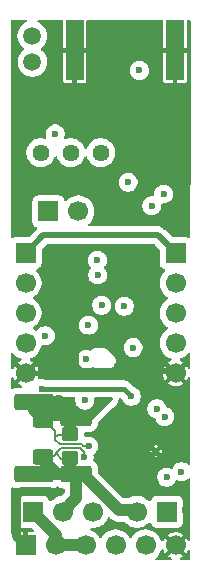
<source format=gbl>
G04 #@! TF.GenerationSoftware,KiCad,Pcbnew,9.0.6*
G04 #@! TF.CreationDate,2026-01-10T17:13:08+00:00*
G04 #@! TF.ProjectId,CurrentSource,43757272-656e-4745-936f-757263652e6b,rev?*
G04 #@! TF.SameCoordinates,Original*
G04 #@! TF.FileFunction,Copper,L4,Bot*
G04 #@! TF.FilePolarity,Positive*
%FSLAX46Y46*%
G04 Gerber Fmt 4.6, Leading zero omitted, Abs format (unit mm)*
G04 Created by KiCad (PCBNEW 9.0.6) date 2026-01-10 17:13:08*
%MOMM*%
%LPD*%
G01*
G04 APERTURE LIST*
G04 Aperture macros list*
%AMRoundRect*
0 Rectangle with rounded corners*
0 $1 Rounding radius*
0 $2 $3 $4 $5 $6 $7 $8 $9 X,Y pos of 4 corners*
0 Add a 4 corners polygon primitive as box body*
4,1,4,$2,$3,$4,$5,$6,$7,$8,$9,$2,$3,0*
0 Add four circle primitives for the rounded corners*
1,1,$1+$1,$2,$3*
1,1,$1+$1,$4,$5*
1,1,$1+$1,$6,$7*
1,1,$1+$1,$8,$9*
0 Add four rect primitives between the rounded corners*
20,1,$1+$1,$2,$3,$4,$5,0*
20,1,$1+$1,$4,$5,$6,$7,0*
20,1,$1+$1,$6,$7,$8,$9,0*
20,1,$1+$1,$8,$9,$2,$3,0*%
G04 Aperture macros list end*
G04 #@! TA.AperFunction,SMDPad,CuDef*
%ADD10RoundRect,0.249999X1.425001X-0.450001X1.425001X0.450001X-1.425001X0.450001X-1.425001X-0.450001X0*%
G04 #@! TD*
G04 #@! TA.AperFunction,ComponentPad*
%ADD11C,1.700000*%
G04 #@! TD*
G04 #@! TA.AperFunction,ComponentPad*
%ADD12R,1.700000X1.700000*%
G04 #@! TD*
G04 #@! TA.AperFunction,HeatsinkPad*
%ADD13R,0.500000X0.500000*%
G04 #@! TD*
G04 #@! TA.AperFunction,HeatsinkPad*
%ADD14C,0.500000*%
G04 #@! TD*
G04 #@! TA.AperFunction,SMDPad,CuDef*
%ADD15R,1.500000X5.080000*%
G04 #@! TD*
G04 #@! TA.AperFunction,ComponentPad*
%ADD16C,1.500000*%
G04 #@! TD*
G04 #@! TA.AperFunction,ComponentPad*
%ADD17C,1.440000*%
G04 #@! TD*
G04 #@! TA.AperFunction,SMDPad,CuDef*
%ADD18RoundRect,0.250000X0.450000X-0.350000X0.450000X0.350000X-0.450000X0.350000X-0.450000X-0.350000X0*%
G04 #@! TD*
G04 #@! TA.AperFunction,SMDPad,CuDef*
%ADD19RoundRect,0.249999X1.075001X-0.450001X1.075001X0.450001X-1.075001X0.450001X-1.075001X-0.450001X0*%
G04 #@! TD*
G04 #@! TA.AperFunction,SMDPad,CuDef*
%ADD20RoundRect,0.250000X0.625000X-0.400000X0.625000X0.400000X-0.625000X0.400000X-0.625000X-0.400000X0*%
G04 #@! TD*
G04 #@! TA.AperFunction,ViaPad*
%ADD21C,0.600000*%
G04 #@! TD*
G04 #@! TA.AperFunction,Conductor*
%ADD22C,0.200000*%
G04 #@! TD*
G04 #@! TA.AperFunction,Conductor*
%ADD23C,0.500000*%
G04 #@! TD*
G04 #@! TA.AperFunction,Conductor*
%ADD24C,0.400000*%
G04 #@! TD*
G04 #@! TA.AperFunction,Conductor*
%ADD25C,0.750000*%
G04 #@! TD*
G04 #@! TA.AperFunction,Conductor*
%ADD26C,1.000000*%
G04 #@! TD*
G04 #@! TA.AperFunction,Conductor*
%ADD27C,0.150000*%
G04 #@! TD*
G04 APERTURE END LIST*
D10*
X124025000Y-99125000D03*
X124025000Y-105225000D03*
D11*
X129040000Y-108400000D03*
X126500000Y-108400000D03*
D12*
X123960000Y-108400000D03*
D13*
X134350000Y-103272500D03*
D14*
X134350000Y-103272500D03*
D15*
X127475000Y-69325000D03*
X135975000Y-69325000D03*
D12*
X123320000Y-86485000D03*
D11*
X123320000Y-89025000D03*
X123320000Y-91565000D03*
X123320000Y-94105000D03*
X123320000Y-96645000D03*
D12*
X136020000Y-86485000D03*
D11*
X136020000Y-89025000D03*
X136020000Y-91565000D03*
X136020000Y-94105000D03*
X136020000Y-96645000D03*
D12*
X123320000Y-111250000D03*
D11*
X125860000Y-111250000D03*
X128400000Y-111250000D03*
X130940000Y-111250000D03*
X133480000Y-111250000D03*
X136020000Y-111250000D03*
D16*
X123881597Y-68118654D03*
D12*
X125250000Y-82975000D03*
D11*
X127790000Y-82975000D03*
D12*
X135300000Y-108400000D03*
D11*
X132760000Y-108400000D03*
D17*
X124613399Y-77991232D03*
X127153399Y-77991232D03*
X129693399Y-77991232D03*
D16*
X123896879Y-70311183D03*
D18*
X127100000Y-103825000D03*
X127100000Y-101825000D03*
D19*
X127625000Y-105225000D03*
X127625000Y-100425000D03*
D20*
X124800000Y-103725000D03*
X124800000Y-100625000D03*
D21*
X133250000Y-91250000D03*
X124275000Y-106625000D03*
X127575861Y-96055861D03*
X125325000Y-106650000D03*
X128511250Y-93583750D03*
X133250000Y-92750000D03*
X136910000Y-103530000D03*
X136856526Y-108286783D03*
X136263860Y-75975621D03*
X136846340Y-106830116D03*
X133953847Y-77196153D03*
X134400000Y-106000000D03*
X123500000Y-76500000D03*
X135194232Y-84295465D03*
X126500000Y-91351729D03*
X136825967Y-109661958D03*
X125000000Y-93490000D03*
X132272214Y-98627786D03*
X125831000Y-76410000D03*
X124700000Y-97975000D03*
X128325000Y-98950000D03*
X135000000Y-81500000D03*
X132425000Y-94500000D03*
X134000000Y-82500000D03*
X128475000Y-95500000D03*
X134425707Y-99674293D03*
X132000000Y-80500000D03*
X131675000Y-91000000D03*
X128645246Y-92622500D03*
X135100000Y-100350000D03*
X136520000Y-105010000D03*
X132962500Y-71037500D03*
X128275070Y-103780470D03*
X129402093Y-87092954D03*
X128684975Y-102834975D03*
X126122735Y-98750000D03*
X126500000Y-99356999D03*
X135275000Y-105475000D03*
X129423231Y-88358744D03*
X129756643Y-90916085D03*
D22*
X128900000Y-108400000D02*
X129000000Y-108400000D01*
D23*
X128010000Y-96490000D02*
X127575861Y-96055861D01*
D24*
X127575861Y-96055861D02*
X127564139Y-96055861D01*
D25*
X122544000Y-110474000D02*
X122544000Y-107024000D01*
X122544000Y-107024000D02*
X122943000Y-106625000D01*
D23*
X135875000Y-96500000D02*
X128020000Y-96500000D01*
X127575861Y-94519139D02*
X128511250Y-93583750D01*
D24*
X126975000Y-96645000D02*
X123320000Y-96645000D01*
D23*
X136020000Y-96645000D02*
X135875000Y-96500000D01*
X127575861Y-96055861D02*
X127575861Y-94519139D01*
D25*
X124275000Y-106625000D02*
X125300000Y-106625000D01*
X125300000Y-106625000D02*
X125325000Y-106650000D01*
D24*
X127564139Y-96055861D02*
X126975000Y-96645000D01*
D25*
X122943000Y-106625000D02*
X124275000Y-106625000D01*
D23*
X128020000Y-96500000D02*
X128010000Y-96490000D01*
D25*
X123320000Y-111250000D02*
X122544000Y-110474000D01*
D24*
X132272214Y-98627786D02*
X131619428Y-97975000D01*
X131619428Y-97975000D02*
X124700000Y-97975000D01*
D23*
X124805000Y-85000000D02*
X123320000Y-86485000D01*
X134535000Y-85000000D02*
X124805000Y-85000000D01*
X136020000Y-86485000D02*
X134535000Y-85000000D01*
D26*
X123920000Y-108400000D02*
X123920000Y-108420000D01*
X123920000Y-108420000D02*
X125860000Y-110360000D01*
X128400000Y-111250000D02*
X125860000Y-111250000D01*
X125860000Y-110360000D02*
X125860000Y-111250000D01*
X127100000Y-104700000D02*
X127100000Y-103825000D01*
D27*
X127100000Y-103850000D02*
X127100000Y-103825000D01*
D26*
X126460000Y-108400000D02*
X127625000Y-107235000D01*
X131223240Y-108231701D02*
X132531421Y-108231701D01*
X127625000Y-105225000D02*
X127100000Y-104700000D01*
D27*
X124850000Y-103650000D02*
X124800000Y-103700000D01*
X126000000Y-103350000D02*
X125700000Y-103650000D01*
D26*
X124800000Y-104025000D02*
X126000000Y-105225000D01*
D27*
X127950000Y-103000000D02*
X126350000Y-103000000D01*
D26*
X124800000Y-103725000D02*
X124800000Y-104025000D01*
D27*
X126350000Y-103900000D02*
X127050000Y-103900000D01*
X126350000Y-103000000D02*
X126000000Y-103350000D01*
X127050000Y-103900000D02*
X127100000Y-103850000D01*
D26*
X132531421Y-108231701D02*
X132733041Y-108433321D01*
D27*
X126000000Y-103350000D02*
X126000000Y-103550000D01*
X126000000Y-103550000D02*
X126350000Y-103900000D01*
X125700000Y-103650000D02*
X124850000Y-103650000D01*
D26*
X127625000Y-107235000D02*
X127625000Y-105225000D01*
X127625000Y-105225000D02*
X128216539Y-105225000D01*
D27*
X128275070Y-103780470D02*
X128275070Y-103325070D01*
D26*
X124025000Y-105225000D02*
X126000000Y-105225000D01*
D27*
X128275070Y-103325070D02*
X127950000Y-103000000D01*
D26*
X128216539Y-105225000D02*
X131223240Y-108231701D01*
D27*
X124800000Y-103700000D02*
X124800000Y-103725000D01*
D26*
X126000000Y-105225000D02*
X127625000Y-105225000D01*
D22*
X124800000Y-103650000D02*
X124800000Y-103725000D01*
D27*
X124900000Y-100650000D02*
X124825000Y-100650000D01*
X125850000Y-102100000D02*
X126050000Y-101900000D01*
D22*
X128684975Y-102834975D02*
X128600000Y-102750000D01*
D27*
X124825000Y-100650000D02*
X124800000Y-100625000D01*
X125850000Y-102350000D02*
X125850000Y-101600000D01*
D26*
X124025000Y-99775000D02*
X124800000Y-100550000D01*
D24*
X124925000Y-100425000D02*
X124800000Y-100550000D01*
D27*
X126050000Y-101900000D02*
X127050000Y-101900000D01*
X125850000Y-101600000D02*
X124900000Y-100650000D01*
D26*
X126725000Y-99525000D02*
X127625000Y-100425000D01*
D24*
X124800000Y-100550000D02*
X124800000Y-100625000D01*
D26*
X124025000Y-99125000D02*
X126325000Y-99125000D01*
D24*
X127625000Y-100425000D02*
X124925000Y-100425000D01*
D26*
X124025000Y-99125000D02*
X124025000Y-99775000D01*
D27*
X125850000Y-102350000D02*
X125850000Y-102100000D01*
X127050000Y-101900000D02*
X127100000Y-101850000D01*
D26*
X127100000Y-100950000D02*
X127100000Y-101825000D01*
D27*
X128074678Y-102699000D02*
X126199000Y-102699000D01*
X126199000Y-102699000D02*
X125850000Y-102350000D01*
D26*
X126325000Y-99125000D02*
X126725000Y-99525000D01*
D27*
X128210653Y-102834975D02*
X128074678Y-102699000D01*
X127100000Y-101850000D02*
X127100000Y-101825000D01*
X128684975Y-102834975D02*
X128210653Y-102834975D01*
D26*
X127625000Y-100425000D02*
X127100000Y-100950000D01*
G04 #@! TA.AperFunction,Conductor*
G36*
X135554075Y-111442993D02*
G01*
X135619901Y-111557007D01*
X135712993Y-111650099D01*
X135827007Y-111715925D01*
X135834822Y-111718019D01*
X135396307Y-112156534D01*
X135443478Y-112190805D01*
X135597749Y-112269411D01*
X135601431Y-112270936D01*
X135655837Y-112314773D01*
X135677907Y-112381066D01*
X135660632Y-112448766D01*
X135609498Y-112496380D01*
X135553986Y-112509500D01*
X134425689Y-112509500D01*
X134358650Y-112489815D01*
X134312895Y-112437011D01*
X134302951Y-112367853D01*
X134331976Y-112304297D01*
X134352804Y-112285181D01*
X134359792Y-112280104D01*
X134510104Y-112129792D01*
X134510106Y-112129788D01*
X134510109Y-112129786D01*
X134635048Y-111957820D01*
X134635047Y-111957820D01*
X134635051Y-111957816D01*
X134731557Y-111768412D01*
X134763765Y-111669284D01*
X134803201Y-111611611D01*
X134867559Y-111584412D01*
X134936406Y-111596326D01*
X134987882Y-111643570D01*
X134999625Y-111669282D01*
X135000591Y-111672256D01*
X135079195Y-111826523D01*
X135079196Y-111826525D01*
X135113463Y-111873691D01*
X135113464Y-111873691D01*
X135551980Y-111435176D01*
X135554075Y-111442993D01*
G37*
G04 #@! TD.AperFunction*
G04 #@! TA.AperFunction,Conductor*
G36*
X136926533Y-111873692D02*
G01*
X136926534Y-111873691D01*
X136960803Y-111826525D01*
X137039410Y-111672252D01*
X137040934Y-111668573D01*
X137084769Y-111614165D01*
X137151060Y-111592093D01*
X137218762Y-111609364D01*
X137266378Y-111660496D01*
X137279500Y-111716013D01*
X137279500Y-112385500D01*
X137259815Y-112452539D01*
X137207011Y-112498294D01*
X137155500Y-112509500D01*
X136486014Y-112509500D01*
X136418975Y-112489815D01*
X136373220Y-112437011D01*
X136363276Y-112367853D01*
X136392301Y-112304297D01*
X136438569Y-112270936D01*
X136442250Y-112269411D01*
X136596525Y-112190803D01*
X136643691Y-112156534D01*
X136643692Y-112156533D01*
X136205178Y-111718019D01*
X136212993Y-111715925D01*
X136327007Y-111650099D01*
X136420099Y-111557007D01*
X136485925Y-111442993D01*
X136488019Y-111435177D01*
X136926533Y-111873692D01*
G37*
G04 #@! TD.AperFunction*
G04 #@! TA.AperFunction,Conductor*
G36*
X134239809Y-85770185D02*
G01*
X134260451Y-85786819D01*
X134633181Y-86159548D01*
X134666666Y-86220871D01*
X134669500Y-86247229D01*
X134669500Y-87382870D01*
X134669501Y-87382876D01*
X134675908Y-87442483D01*
X134726202Y-87577328D01*
X134726206Y-87577335D01*
X134812452Y-87692544D01*
X134812455Y-87692547D01*
X134927664Y-87778793D01*
X134927671Y-87778797D01*
X135059082Y-87827810D01*
X135115016Y-87869681D01*
X135139433Y-87935145D01*
X135124582Y-88003418D01*
X135103431Y-88031673D01*
X134989889Y-88145215D01*
X134864951Y-88317179D01*
X134768444Y-88506585D01*
X134702753Y-88708760D01*
X134669500Y-88918713D01*
X134669500Y-89131286D01*
X134702753Y-89341239D01*
X134768444Y-89543414D01*
X134864951Y-89732820D01*
X134989890Y-89904786D01*
X135140213Y-90055109D01*
X135312182Y-90180050D01*
X135320946Y-90184516D01*
X135371742Y-90232491D01*
X135388536Y-90300312D01*
X135365998Y-90366447D01*
X135320946Y-90405484D01*
X135312182Y-90409949D01*
X135140213Y-90534890D01*
X134989890Y-90685213D01*
X134864951Y-90857179D01*
X134768444Y-91046585D01*
X134702753Y-91248760D01*
X134669500Y-91458713D01*
X134669500Y-91671287D01*
X134702754Y-91881243D01*
X134741572Y-92000713D01*
X134768444Y-92083414D01*
X134864951Y-92272820D01*
X134989890Y-92444786D01*
X135140213Y-92595109D01*
X135312182Y-92720050D01*
X135320946Y-92724516D01*
X135371742Y-92772491D01*
X135388536Y-92840312D01*
X135365998Y-92906447D01*
X135320946Y-92945484D01*
X135312182Y-92949949D01*
X135140213Y-93074890D01*
X134989890Y-93225213D01*
X134864951Y-93397179D01*
X134768444Y-93586585D01*
X134702753Y-93788760D01*
X134688585Y-93878213D01*
X134669500Y-93998713D01*
X134669500Y-94211287D01*
X134677174Y-94259737D01*
X134702740Y-94421158D01*
X134702754Y-94421243D01*
X134767045Y-94619110D01*
X134768444Y-94623414D01*
X134864951Y-94812820D01*
X134989890Y-94984786D01*
X135140213Y-95135109D01*
X135312179Y-95260048D01*
X135312181Y-95260049D01*
X135312184Y-95260051D01*
X135501588Y-95356557D01*
X135600715Y-95388765D01*
X135658388Y-95428201D01*
X135685587Y-95492560D01*
X135673673Y-95561406D01*
X135626429Y-95612882D01*
X135600722Y-95624623D01*
X135597744Y-95625590D01*
X135597743Y-95625590D01*
X135443475Y-95704196D01*
X135396307Y-95738463D01*
X135396307Y-95738464D01*
X135834823Y-96176980D01*
X135827007Y-96179075D01*
X135712993Y-96244901D01*
X135619901Y-96337993D01*
X135554075Y-96452007D01*
X135551980Y-96459823D01*
X135113464Y-96021307D01*
X135113463Y-96021307D01*
X135079196Y-96068475D01*
X135000592Y-96222740D01*
X134947085Y-96387415D01*
X134920000Y-96558428D01*
X134920000Y-96731571D01*
X134947085Y-96902584D01*
X135000591Y-97067257D01*
X135079195Y-97221523D01*
X135079196Y-97221525D01*
X135113463Y-97268691D01*
X135113464Y-97268691D01*
X135551980Y-96830176D01*
X135554075Y-96837993D01*
X135619901Y-96952007D01*
X135712993Y-97045099D01*
X135827007Y-97110925D01*
X135834822Y-97113019D01*
X135396307Y-97551534D01*
X135443478Y-97585805D01*
X135597742Y-97664408D01*
X135762415Y-97717914D01*
X135933429Y-97745000D01*
X136106571Y-97745000D01*
X136277584Y-97717914D01*
X136442257Y-97664408D01*
X136596525Y-97585803D01*
X136643691Y-97551534D01*
X136643692Y-97551533D01*
X136205178Y-97113019D01*
X136212993Y-97110925D01*
X136327007Y-97045099D01*
X136420099Y-96952007D01*
X136485925Y-96837993D01*
X136488019Y-96830177D01*
X136926533Y-97268692D01*
X136926534Y-97268691D01*
X136960803Y-97221525D01*
X137039410Y-97067252D01*
X137040934Y-97063573D01*
X137084769Y-97009165D01*
X137151060Y-96987093D01*
X137218762Y-97004364D01*
X137266378Y-97055496D01*
X137279500Y-97111013D01*
X137279500Y-104338059D01*
X137259815Y-104405098D01*
X137207011Y-104450853D01*
X137137853Y-104460797D01*
X137074297Y-104431772D01*
X137067819Y-104425740D01*
X137030292Y-104388213D01*
X137030288Y-104388210D01*
X136899185Y-104300609D01*
X136899172Y-104300602D01*
X136753501Y-104240264D01*
X136753489Y-104240261D01*
X136598845Y-104209500D01*
X136598842Y-104209500D01*
X136441158Y-104209500D01*
X136441155Y-104209500D01*
X136286510Y-104240261D01*
X136286498Y-104240264D01*
X136140827Y-104300602D01*
X136140814Y-104300609D01*
X136009711Y-104388210D01*
X136009707Y-104388213D01*
X135898213Y-104499707D01*
X135898210Y-104499711D01*
X135810609Y-104630814D01*
X135810606Y-104630821D01*
X135787496Y-104686612D01*
X135743654Y-104741015D01*
X135677359Y-104763079D01*
X135625483Y-104753719D01*
X135508501Y-104705264D01*
X135508489Y-104705261D01*
X135353845Y-104674500D01*
X135353842Y-104674500D01*
X135196158Y-104674500D01*
X135196155Y-104674500D01*
X135041510Y-104705261D01*
X135041498Y-104705264D01*
X134895827Y-104765602D01*
X134895814Y-104765609D01*
X134764711Y-104853210D01*
X134764707Y-104853213D01*
X134653213Y-104964707D01*
X134653210Y-104964711D01*
X134565609Y-105095814D01*
X134565602Y-105095827D01*
X134505264Y-105241498D01*
X134505261Y-105241510D01*
X134474500Y-105396153D01*
X134474500Y-105553846D01*
X134505261Y-105708489D01*
X134505264Y-105708501D01*
X134565602Y-105854172D01*
X134565609Y-105854185D01*
X134653210Y-105985288D01*
X134653213Y-105985292D01*
X134764707Y-106096786D01*
X134764711Y-106096789D01*
X134895814Y-106184390D01*
X134895827Y-106184397D01*
X135041498Y-106244735D01*
X135041503Y-106244737D01*
X135196153Y-106275499D01*
X135196156Y-106275500D01*
X135196158Y-106275500D01*
X135353844Y-106275500D01*
X135353845Y-106275499D01*
X135508497Y-106244737D01*
X135654179Y-106184394D01*
X135785289Y-106096789D01*
X135896789Y-105985289D01*
X135984394Y-105854179D01*
X136007502Y-105798388D01*
X136051341Y-105743986D01*
X136117634Y-105721920D01*
X136169515Y-105731280D01*
X136286498Y-105779735D01*
X136286503Y-105779737D01*
X136441153Y-105810499D01*
X136441156Y-105810500D01*
X136441158Y-105810500D01*
X136598844Y-105810500D01*
X136598845Y-105810499D01*
X136753497Y-105779737D01*
X136899179Y-105719394D01*
X137030289Y-105631789D01*
X137030292Y-105631786D01*
X137067819Y-105594260D01*
X137129142Y-105560775D01*
X137198834Y-105565759D01*
X137254767Y-105607631D01*
X137279184Y-105673095D01*
X137279500Y-105681941D01*
X137279500Y-110783986D01*
X137259815Y-110851025D01*
X137207011Y-110896780D01*
X137137853Y-110906724D01*
X137074297Y-110877699D01*
X137040936Y-110831431D01*
X137039411Y-110827749D01*
X136960805Y-110673478D01*
X136926534Y-110626307D01*
X136488019Y-111064822D01*
X136485925Y-111057007D01*
X136420099Y-110942993D01*
X136327007Y-110849901D01*
X136212993Y-110784075D01*
X136205176Y-110781980D01*
X136643691Y-110343464D01*
X136643691Y-110343463D01*
X136596525Y-110309196D01*
X136596523Y-110309195D01*
X136442257Y-110230591D01*
X136277584Y-110177085D01*
X136106571Y-110150000D01*
X135933429Y-110150000D01*
X135762415Y-110177085D01*
X135597740Y-110230592D01*
X135443475Y-110309196D01*
X135396307Y-110343463D01*
X135396307Y-110343464D01*
X135834823Y-110781980D01*
X135827007Y-110784075D01*
X135712993Y-110849901D01*
X135619901Y-110942993D01*
X135554075Y-111057007D01*
X135551980Y-111064823D01*
X135113464Y-110626307D01*
X135113463Y-110626307D01*
X135079196Y-110673475D01*
X135000590Y-110827743D01*
X135000590Y-110827744D01*
X134999623Y-110830722D01*
X134998950Y-110831705D01*
X134998729Y-110832240D01*
X134998616Y-110832193D01*
X134960182Y-110888394D01*
X134895821Y-110915588D01*
X134826976Y-110903668D01*
X134775503Y-110856421D01*
X134763766Y-110830719D01*
X134731557Y-110731588D01*
X134635051Y-110542184D01*
X134510104Y-110370208D01*
X134359792Y-110219896D01*
X134359786Y-110219890D01*
X134187820Y-110094951D01*
X133998414Y-109998444D01*
X133998413Y-109998443D01*
X133998412Y-109998443D01*
X133796243Y-109932754D01*
X133796241Y-109932753D01*
X133796240Y-109932753D01*
X133634957Y-109907208D01*
X133586287Y-109899500D01*
X133373713Y-109899500D01*
X133318100Y-109908308D01*
X133260622Y-109917411D01*
X133260611Y-109917413D01*
X133163757Y-109932754D01*
X133038652Y-109973403D01*
X133038645Y-109973405D01*
X132961585Y-109998444D01*
X132772179Y-110094951D01*
X132600213Y-110219890D01*
X132449890Y-110370213D01*
X132324949Y-110542182D01*
X132320484Y-110550946D01*
X132272509Y-110601742D01*
X132204688Y-110618536D01*
X132138553Y-110595998D01*
X132099516Y-110550946D01*
X132095050Y-110542182D01*
X131970109Y-110370213D01*
X131819786Y-110219890D01*
X131647820Y-110094951D01*
X131458414Y-109998444D01*
X131458413Y-109998443D01*
X131458412Y-109998443D01*
X131256243Y-109932754D01*
X131256241Y-109932753D01*
X131256240Y-109932753D01*
X131094957Y-109907208D01*
X131046287Y-109899500D01*
X130833713Y-109899500D01*
X130785042Y-109907208D01*
X130623760Y-109932753D01*
X130421585Y-109998444D01*
X130232179Y-110094951D01*
X130060213Y-110219890D01*
X129909890Y-110370213D01*
X129784949Y-110542182D01*
X129780484Y-110550946D01*
X129732509Y-110601742D01*
X129664688Y-110618536D01*
X129598553Y-110595998D01*
X129559516Y-110550946D01*
X129555050Y-110542182D01*
X129430109Y-110370213D01*
X129279786Y-110219890D01*
X129107820Y-110094951D01*
X128918414Y-109998444D01*
X128918413Y-109998443D01*
X128918412Y-109998443D01*
X128899907Y-109992430D01*
X128842232Y-109952994D01*
X128815034Y-109888635D01*
X128826949Y-109819789D01*
X128874193Y-109768313D01*
X128938226Y-109750500D01*
X129146286Y-109750500D01*
X129146287Y-109750500D01*
X129356243Y-109717246D01*
X129558412Y-109651557D01*
X129747816Y-109555051D01*
X129834138Y-109492335D01*
X129919786Y-109430109D01*
X129919788Y-109430106D01*
X129919792Y-109430104D01*
X130070104Y-109279792D01*
X130070106Y-109279788D01*
X130070109Y-109279786D01*
X130195048Y-109107820D01*
X130195047Y-109107820D01*
X130195051Y-109107816D01*
X130282754Y-108935686D01*
X130302072Y-108915233D01*
X130318929Y-108892716D01*
X130325736Y-108890176D01*
X130330728Y-108884892D01*
X130358039Y-108878128D01*
X130384394Y-108868299D01*
X130391495Y-108869843D01*
X130398549Y-108868097D01*
X130425176Y-108877170D01*
X130452666Y-108883151D01*
X130460972Y-108889369D01*
X130464684Y-108890634D01*
X130480914Y-108904296D01*
X130585458Y-109008840D01*
X130585459Y-109008841D01*
X130653043Y-109053999D01*
X130749326Y-109118333D01*
X130855985Y-109162512D01*
X130931404Y-109193752D01*
X131124694Y-109232200D01*
X131124697Y-109232201D01*
X131124699Y-109232201D01*
X131321780Y-109232201D01*
X131632138Y-109232201D01*
X131699177Y-109251886D01*
X131725725Y-109276947D01*
X131726732Y-109276087D01*
X131729898Y-109279794D01*
X131880213Y-109430109D01*
X132052179Y-109555048D01*
X132052181Y-109555049D01*
X132052184Y-109555051D01*
X132241588Y-109651557D01*
X132443757Y-109717246D01*
X132653713Y-109750500D01*
X132653714Y-109750500D01*
X132866286Y-109750500D01*
X132866287Y-109750500D01*
X133076243Y-109717246D01*
X133278412Y-109651557D01*
X133467816Y-109555051D01*
X133639792Y-109430104D01*
X133753329Y-109316566D01*
X133814648Y-109283084D01*
X133884340Y-109288068D01*
X133940274Y-109329939D01*
X133957189Y-109360917D01*
X134006202Y-109492328D01*
X134006206Y-109492335D01*
X134092452Y-109607544D01*
X134092455Y-109607547D01*
X134207664Y-109693793D01*
X134207671Y-109693797D01*
X134342517Y-109744091D01*
X134342516Y-109744091D01*
X134349444Y-109744835D01*
X134402127Y-109750500D01*
X136197872Y-109750499D01*
X136257483Y-109744091D01*
X136392331Y-109693796D01*
X136507546Y-109607546D01*
X136593796Y-109492331D01*
X136644091Y-109357483D01*
X136650500Y-109297873D01*
X136650499Y-107502128D01*
X136644091Y-107442517D01*
X136642810Y-107439083D01*
X136593797Y-107307671D01*
X136593793Y-107307664D01*
X136507547Y-107192455D01*
X136507544Y-107192452D01*
X136392335Y-107106206D01*
X136392328Y-107106202D01*
X136257482Y-107055908D01*
X136257483Y-107055908D01*
X136197883Y-107049501D01*
X136197881Y-107049500D01*
X136197873Y-107049500D01*
X136197864Y-107049500D01*
X134402129Y-107049500D01*
X134402123Y-107049501D01*
X134342516Y-107055908D01*
X134207671Y-107106202D01*
X134207664Y-107106206D01*
X134092455Y-107192452D01*
X134092452Y-107192455D01*
X134006206Y-107307664D01*
X134006203Y-107307669D01*
X133957189Y-107439083D01*
X133915317Y-107495016D01*
X133849853Y-107519433D01*
X133781580Y-107504581D01*
X133753326Y-107483430D01*
X133639786Y-107369890D01*
X133467820Y-107244951D01*
X133278414Y-107148444D01*
X133278413Y-107148443D01*
X133278412Y-107148443D01*
X133076243Y-107082754D01*
X133076241Y-107082753D01*
X133076240Y-107082753D01*
X132914957Y-107057208D01*
X132866287Y-107049500D01*
X132653713Y-107049500D01*
X132605042Y-107057208D01*
X132443760Y-107082753D01*
X132241585Y-107148444D01*
X132105691Y-107217686D01*
X132049396Y-107231201D01*
X131689023Y-107231201D01*
X131621984Y-107211516D01*
X131601342Y-107194882D01*
X129486819Y-105080359D01*
X129453334Y-105019036D01*
X129450500Y-104992678D01*
X129450500Y-104724995D01*
X129450499Y-104724982D01*
X129448484Y-104705263D01*
X129439999Y-104622202D01*
X129384814Y-104455665D01*
X129292712Y-104306344D01*
X129168656Y-104182288D01*
X129168652Y-104182285D01*
X129101847Y-104141079D01*
X129055122Y-104089131D01*
X129043901Y-104020169D01*
X129045323Y-104011369D01*
X129075570Y-103859312D01*
X129075570Y-103740518D01*
X134164822Y-103740518D01*
X134284176Y-103772500D01*
X134415824Y-103772500D01*
X134535175Y-103740518D01*
X134350000Y-103555342D01*
X134164822Y-103740518D01*
X129075570Y-103740518D01*
X129075570Y-103701628D01*
X129062413Y-103635488D01*
X129062113Y-103633697D01*
X129066054Y-103600779D01*
X129069009Y-103567757D01*
X129070191Y-103566235D01*
X129070420Y-103564323D01*
X129091541Y-103538750D01*
X129111872Y-103512579D01*
X129114887Y-103510484D01*
X129114914Y-103510453D01*
X129114950Y-103510441D01*
X129115459Y-103510088D01*
X129195264Y-103456764D01*
X129306764Y-103345264D01*
X129394369Y-103214154D01*
X129397467Y-103206674D01*
X133850000Y-103206674D01*
X133850000Y-103338323D01*
X133881980Y-103457674D01*
X134067156Y-103272499D01*
X134047266Y-103252609D01*
X134250000Y-103252609D01*
X134250000Y-103292391D01*
X134265224Y-103329145D01*
X134293355Y-103357276D01*
X134330109Y-103372500D01*
X134369891Y-103372500D01*
X134406645Y-103357276D01*
X134434776Y-103329145D01*
X134450000Y-103292391D01*
X134450000Y-103272499D01*
X134632842Y-103272499D01*
X134818018Y-103457675D01*
X134850000Y-103338324D01*
X134850000Y-103206675D01*
X134818018Y-103087322D01*
X134632842Y-103272499D01*
X134450000Y-103272499D01*
X134450000Y-103252609D01*
X134434776Y-103215855D01*
X134406645Y-103187724D01*
X134369891Y-103172500D01*
X134330109Y-103172500D01*
X134293355Y-103187724D01*
X134265224Y-103215855D01*
X134250000Y-103252609D01*
X134047266Y-103252609D01*
X133881979Y-103087322D01*
X133850000Y-103206674D01*
X129397467Y-103206674D01*
X129454712Y-103068472D01*
X129485475Y-102913817D01*
X129485475Y-102804479D01*
X134164822Y-102804479D01*
X134349999Y-102989656D01*
X134535174Y-102804480D01*
X134415823Y-102772500D01*
X134284174Y-102772500D01*
X134164822Y-102804479D01*
X129485475Y-102804479D01*
X129485475Y-102756133D01*
X129485475Y-102756130D01*
X129485474Y-102756128D01*
X129480732Y-102732288D01*
X129454712Y-102601478D01*
X129443538Y-102574501D01*
X129394372Y-102455802D01*
X129394365Y-102455789D01*
X129306764Y-102324686D01*
X129306761Y-102324682D01*
X129195267Y-102213188D01*
X129195263Y-102213185D01*
X129064160Y-102125584D01*
X129064147Y-102125577D01*
X128918476Y-102065239D01*
X128918464Y-102065236D01*
X128763820Y-102034475D01*
X128763817Y-102034475D01*
X128606133Y-102034475D01*
X128606130Y-102034475D01*
X128448690Y-102065792D01*
X128427706Y-102063914D01*
X128406852Y-102066913D01*
X128393604Y-102060862D01*
X128379099Y-102059565D01*
X128362460Y-102046640D01*
X128343296Y-102037888D01*
X128335422Y-102025636D01*
X128323921Y-102016702D01*
X128316911Y-101996833D01*
X128305522Y-101979110D01*
X128301987Y-101954526D01*
X128300677Y-101950812D01*
X128300499Y-101944175D01*
X128300499Y-101749500D01*
X128320184Y-101682461D01*
X128372988Y-101636706D01*
X128424499Y-101625500D01*
X128750005Y-101625500D01*
X128750010Y-101625500D01*
X128852798Y-101614999D01*
X129019335Y-101559814D01*
X129168656Y-101467712D01*
X129292712Y-101343656D01*
X129384814Y-101194335D01*
X129439999Y-101027798D01*
X129450500Y-100925010D01*
X129450500Y-100890746D01*
X129470185Y-100823707D01*
X129486819Y-100803065D01*
X130694439Y-99595446D01*
X133625207Y-99595446D01*
X133625207Y-99753139D01*
X133655968Y-99907782D01*
X133655971Y-99907794D01*
X133716309Y-100053465D01*
X133716316Y-100053478D01*
X133803917Y-100184581D01*
X133803920Y-100184585D01*
X133915414Y-100296079D01*
X133915418Y-100296082D01*
X134046521Y-100383683D01*
X134046534Y-100383690D01*
X134116765Y-100412780D01*
X134192210Y-100444030D01*
X134225804Y-100450712D01*
X134287713Y-100483096D01*
X134322288Y-100543811D01*
X134323229Y-100548137D01*
X134330261Y-100583491D01*
X134330264Y-100583501D01*
X134390602Y-100729172D01*
X134390609Y-100729185D01*
X134478210Y-100860288D01*
X134478213Y-100860292D01*
X134589707Y-100971786D01*
X134589711Y-100971789D01*
X134720814Y-101059390D01*
X134720827Y-101059397D01*
X134866498Y-101119735D01*
X134866503Y-101119737D01*
X135021153Y-101150499D01*
X135021156Y-101150500D01*
X135021158Y-101150500D01*
X135178844Y-101150500D01*
X135178845Y-101150499D01*
X135333497Y-101119737D01*
X135479179Y-101059394D01*
X135610289Y-100971789D01*
X135721789Y-100860289D01*
X135809394Y-100729179D01*
X135869737Y-100583497D01*
X135900500Y-100428842D01*
X135900500Y-100271158D01*
X135900500Y-100271155D01*
X135900499Y-100271153D01*
X135899620Y-100266734D01*
X135869737Y-100116503D01*
X135852906Y-100075868D01*
X135809397Y-99970827D01*
X135809390Y-99970814D01*
X135721789Y-99839711D01*
X135721786Y-99839707D01*
X135610292Y-99728213D01*
X135610288Y-99728210D01*
X135479185Y-99640609D01*
X135479172Y-99640602D01*
X135333501Y-99580264D01*
X135333491Y-99580261D01*
X135299902Y-99573580D01*
X135237991Y-99541195D01*
X135203417Y-99480479D01*
X135202484Y-99476189D01*
X135195444Y-99440796D01*
X135177519Y-99397521D01*
X135135104Y-99295120D01*
X135135097Y-99295107D01*
X135047496Y-99164004D01*
X135047493Y-99164000D01*
X134935999Y-99052506D01*
X134935995Y-99052503D01*
X134804892Y-98964902D01*
X134804879Y-98964895D01*
X134659208Y-98904557D01*
X134659196Y-98904554D01*
X134504552Y-98873793D01*
X134504549Y-98873793D01*
X134346865Y-98873793D01*
X134346862Y-98873793D01*
X134192217Y-98904554D01*
X134192205Y-98904557D01*
X134046534Y-98964895D01*
X134046521Y-98964902D01*
X133915418Y-99052503D01*
X133915414Y-99052506D01*
X133803920Y-99164000D01*
X133803917Y-99164004D01*
X133716316Y-99295107D01*
X133716309Y-99295120D01*
X133655971Y-99440791D01*
X133655968Y-99440803D01*
X133625207Y-99595446D01*
X130694439Y-99595446D01*
X130788207Y-99501678D01*
X131045238Y-99244646D01*
X131045261Y-99244623D01*
X131057770Y-99231661D01*
X131063802Y-99225183D01*
X131075883Y-99211735D01*
X131153670Y-99090695D01*
X131182441Y-99027693D01*
X131182660Y-99027259D01*
X131182695Y-99027138D01*
X131182697Y-99027136D01*
X131223231Y-98889083D01*
X131223230Y-98868822D01*
X131242912Y-98801785D01*
X131295715Y-98756028D01*
X131364873Y-98746083D01*
X131428430Y-98775105D01*
X131434911Y-98781140D01*
X131476142Y-98822371D01*
X131503022Y-98862600D01*
X131562816Y-99006958D01*
X131562823Y-99006971D01*
X131650424Y-99138074D01*
X131650427Y-99138078D01*
X131761921Y-99249572D01*
X131761925Y-99249575D01*
X131893028Y-99337176D01*
X131893041Y-99337183D01*
X132038712Y-99397521D01*
X132038717Y-99397523D01*
X132193367Y-99428285D01*
X132193370Y-99428286D01*
X132193372Y-99428286D01*
X132351058Y-99428286D01*
X132351059Y-99428285D01*
X132505711Y-99397523D01*
X132651393Y-99337180D01*
X132782503Y-99249575D01*
X132894003Y-99138075D01*
X132981608Y-99006965D01*
X133041951Y-98861283D01*
X133072714Y-98706628D01*
X133072714Y-98548944D01*
X133072714Y-98548941D01*
X133072713Y-98548939D01*
X133041952Y-98394296D01*
X133041951Y-98394289D01*
X133025953Y-98355665D01*
X132981611Y-98248613D01*
X132981604Y-98248600D01*
X132894003Y-98117497D01*
X132894000Y-98117493D01*
X132782506Y-98005999D01*
X132782502Y-98005996D01*
X132651399Y-97918395D01*
X132651386Y-97918388D01*
X132507028Y-97858594D01*
X132466799Y-97831714D01*
X132227043Y-97591957D01*
X132065973Y-97430887D01*
X131951235Y-97354222D01*
X131823760Y-97301421D01*
X131823750Y-97301418D01*
X131688424Y-97274500D01*
X131688422Y-97274500D01*
X131688421Y-97274500D01*
X125125316Y-97274500D01*
X125077864Y-97265061D01*
X124933501Y-97205264D01*
X124933489Y-97205261D01*
X124778845Y-97174500D01*
X124778842Y-97174500D01*
X124621158Y-97174500D01*
X124621153Y-97174500D01*
X124490186Y-97200551D01*
X124420594Y-97194324D01*
X124365417Y-97151461D01*
X124342173Y-97085571D01*
X124348064Y-97040615D01*
X124392914Y-96902584D01*
X124420000Y-96731571D01*
X124420000Y-96558428D01*
X124392914Y-96387415D01*
X124339408Y-96222742D01*
X124260805Y-96068478D01*
X124226534Y-96021307D01*
X123788019Y-96459821D01*
X123785925Y-96452007D01*
X123720099Y-96337993D01*
X123627007Y-96244901D01*
X123512993Y-96179075D01*
X123505176Y-96176980D01*
X123943691Y-95738464D01*
X123943691Y-95738463D01*
X123896525Y-95704196D01*
X123896523Y-95704195D01*
X123742256Y-95625591D01*
X123739282Y-95624625D01*
X123738296Y-95623951D01*
X123737760Y-95623729D01*
X123737806Y-95623616D01*
X123717285Y-95609582D01*
X123693416Y-95597735D01*
X123688889Y-95590164D01*
X123681608Y-95585185D01*
X123671235Y-95560639D01*
X123657560Y-95537767D01*
X123657845Y-95528950D01*
X123654412Y-95520826D01*
X123658956Y-95494567D01*
X123659818Y-95467934D01*
X123664823Y-95460672D01*
X123666328Y-95451980D01*
X123684348Y-95432346D01*
X123692064Y-95421153D01*
X127674500Y-95421153D01*
X127674500Y-95578846D01*
X127705261Y-95733489D01*
X127705264Y-95733501D01*
X127765602Y-95879172D01*
X127765609Y-95879185D01*
X127853210Y-96010288D01*
X127853213Y-96010292D01*
X127964707Y-96121786D01*
X127964711Y-96121789D01*
X128095814Y-96209390D01*
X128095827Y-96209397D01*
X128202047Y-96253394D01*
X128241503Y-96269737D01*
X128352320Y-96291780D01*
X128396153Y-96300499D01*
X128396156Y-96300500D01*
X128396158Y-96300500D01*
X128553844Y-96300500D01*
X128553845Y-96300499D01*
X128708497Y-96269737D01*
X128854179Y-96209394D01*
X128925418Y-96161793D01*
X128992094Y-96140916D01*
X129045821Y-96152102D01*
X129052312Y-96155066D01*
X129052313Y-96155067D01*
X129183190Y-96214838D01*
X129250229Y-96234523D01*
X129250233Y-96234524D01*
X129392649Y-96255000D01*
X129392652Y-96255000D01*
X130325157Y-96255000D01*
X130343139Y-96254679D01*
X130343149Y-96254678D01*
X130343184Y-96254678D01*
X130352030Y-96254362D01*
X130370047Y-96253396D01*
X130510639Y-96222812D01*
X130576103Y-96198395D01*
X130702378Y-96129444D01*
X130804118Y-96027707D01*
X130845990Y-95971774D01*
X130845996Y-95971766D01*
X130914949Y-95845485D01*
X130945532Y-95704893D01*
X130950516Y-95635201D01*
X130949759Y-95624623D01*
X130943547Y-95537767D01*
X130940252Y-95491690D01*
X130889970Y-95356881D01*
X130856485Y-95295558D01*
X130770261Y-95180377D01*
X130770256Y-95180372D01*
X130770251Y-95180366D01*
X130318776Y-94728892D01*
X130318761Y-94728877D01*
X130318737Y-94728855D01*
X130278519Y-94692728D01*
X130278507Y-94692718D01*
X130257856Y-94676076D01*
X130213974Y-94644433D01*
X130083100Y-94584663D01*
X130016055Y-94564976D01*
X129968582Y-94558150D01*
X129873638Y-94544500D01*
X129340638Y-94544500D01*
X129340621Y-94544500D01*
X129277626Y-94548442D01*
X129246982Y-94552292D01*
X129246976Y-94552293D01*
X129246969Y-94552294D01*
X129202922Y-94560647D01*
X129184967Y-94564052D01*
X129052035Y-94619111D01*
X128991948Y-94654761D01*
X128988012Y-94657819D01*
X128986773Y-94658933D01*
X128891115Y-94736015D01*
X128826563Y-94762751D01*
X128765860Y-94754023D01*
X128759807Y-94751515D01*
X128708497Y-94730263D01*
X128708493Y-94730262D01*
X128708488Y-94730260D01*
X128553845Y-94699500D01*
X128553842Y-94699500D01*
X128396158Y-94699500D01*
X128396155Y-94699500D01*
X128241510Y-94730261D01*
X128241498Y-94730264D01*
X128095827Y-94790602D01*
X128095814Y-94790609D01*
X127964711Y-94878210D01*
X127964707Y-94878213D01*
X127853213Y-94989707D01*
X127853210Y-94989711D01*
X127765609Y-95120814D01*
X127765602Y-95120827D01*
X127705264Y-95266498D01*
X127705261Y-95266510D01*
X127674500Y-95421153D01*
X123692064Y-95421153D01*
X123699472Y-95410407D01*
X123709479Y-95404967D01*
X123713574Y-95400506D01*
X123729764Y-95392295D01*
X123734438Y-95390340D01*
X123838412Y-95356557D01*
X124027816Y-95260051D01*
X124137494Y-95180366D01*
X124199786Y-95135109D01*
X124199788Y-95135106D01*
X124199792Y-95135104D01*
X124350104Y-94984792D01*
X124350106Y-94984788D01*
X124350109Y-94984786D01*
X124475048Y-94812820D01*
X124475047Y-94812820D01*
X124475051Y-94812816D01*
X124571557Y-94623412D01*
X124637246Y-94421243D01*
X124637260Y-94421153D01*
X131624500Y-94421153D01*
X131624500Y-94578846D01*
X131655261Y-94733489D01*
X131655264Y-94733501D01*
X131715602Y-94879172D01*
X131715609Y-94879185D01*
X131803210Y-95010288D01*
X131803213Y-95010292D01*
X131914707Y-95121786D01*
X131914711Y-95121789D01*
X132045814Y-95209390D01*
X132045827Y-95209397D01*
X132183683Y-95266498D01*
X132191503Y-95269737D01*
X132321313Y-95295558D01*
X132346153Y-95300499D01*
X132346156Y-95300500D01*
X132346158Y-95300500D01*
X132503844Y-95300500D01*
X132503845Y-95300499D01*
X132658497Y-95269737D01*
X132804179Y-95209394D01*
X132935289Y-95121789D01*
X133046789Y-95010289D01*
X133134394Y-94879179D01*
X133194737Y-94733497D01*
X133225500Y-94578842D01*
X133225500Y-94421158D01*
X133225500Y-94421155D01*
X133225499Y-94421153D01*
X133194738Y-94266510D01*
X133194737Y-94266503D01*
X133191935Y-94259738D01*
X133134397Y-94120827D01*
X133134390Y-94120814D01*
X133046789Y-93989711D01*
X133046786Y-93989707D01*
X132935292Y-93878213D01*
X132935288Y-93878210D01*
X132804185Y-93790609D01*
X132804172Y-93790602D01*
X132658501Y-93730264D01*
X132658489Y-93730261D01*
X132503845Y-93699500D01*
X132503842Y-93699500D01*
X132346158Y-93699500D01*
X132346155Y-93699500D01*
X132191510Y-93730261D01*
X132191498Y-93730264D01*
X132045827Y-93790602D01*
X132045814Y-93790609D01*
X131914711Y-93878210D01*
X131914707Y-93878213D01*
X131803213Y-93989707D01*
X131803210Y-93989711D01*
X131715609Y-94120814D01*
X131715602Y-94120827D01*
X131655264Y-94266498D01*
X131655261Y-94266510D01*
X131624500Y-94421153D01*
X124637260Y-94421153D01*
X124645817Y-94367122D01*
X124675746Y-94303989D01*
X124735058Y-94267058D01*
X124792481Y-94264905D01*
X124921153Y-94290499D01*
X124921156Y-94290500D01*
X124921158Y-94290500D01*
X125078844Y-94290500D01*
X125078845Y-94290499D01*
X125233497Y-94259737D01*
X125379179Y-94199394D01*
X125510289Y-94111789D01*
X125621789Y-94000289D01*
X125709394Y-93869179D01*
X125769737Y-93723497D01*
X125800500Y-93568842D01*
X125800500Y-93411158D01*
X125800500Y-93411155D01*
X125800499Y-93411153D01*
X125797719Y-93397179D01*
X125769737Y-93256503D01*
X125756778Y-93225216D01*
X125709397Y-93110827D01*
X125709390Y-93110814D01*
X125621789Y-92979711D01*
X125621786Y-92979707D01*
X125510292Y-92868213D01*
X125510288Y-92868210D01*
X125379185Y-92780609D01*
X125379172Y-92780602D01*
X125233501Y-92720264D01*
X125233489Y-92720261D01*
X125078845Y-92689500D01*
X125078842Y-92689500D01*
X124921158Y-92689500D01*
X124921155Y-92689500D01*
X124766510Y-92720261D01*
X124766498Y-92720264D01*
X124620827Y-92780602D01*
X124620814Y-92780609D01*
X124489711Y-92868210D01*
X124489707Y-92868213D01*
X124378213Y-92979707D01*
X124378210Y-92979711D01*
X124348737Y-93023821D01*
X124340620Y-93030604D01*
X124335822Y-93040032D01*
X124314271Y-93052623D01*
X124295124Y-93068626D01*
X124284629Y-93069944D01*
X124275496Y-93075281D01*
X124250560Y-93074222D01*
X124225799Y-93077333D01*
X124214408Y-93072688D01*
X124205689Y-93072319D01*
X124176883Y-93057390D01*
X124174234Y-93056310D01*
X124173462Y-93055766D01*
X124027816Y-92949949D01*
X124011175Y-92941470D01*
X124003948Y-92936380D01*
X123987490Y-92915674D01*
X123968259Y-92897512D01*
X123966088Y-92888749D01*
X123960473Y-92881684D01*
X123957821Y-92855366D01*
X123951463Y-92829692D01*
X123954373Y-92821149D01*
X123953469Y-92812167D01*
X123965467Y-92788592D01*
X123973999Y-92763556D01*
X123981533Y-92757027D01*
X123985162Y-92749898D01*
X123999284Y-92741646D01*
X124019054Y-92724515D01*
X124027816Y-92720051D01*
X124069866Y-92689500D01*
X124199786Y-92595109D01*
X124199788Y-92595106D01*
X124199792Y-92595104D01*
X124251243Y-92543653D01*
X127844746Y-92543653D01*
X127844746Y-92701346D01*
X127875507Y-92855989D01*
X127875510Y-92856001D01*
X127935848Y-93001672D01*
X127935855Y-93001685D01*
X128023456Y-93132788D01*
X128023459Y-93132792D01*
X128134953Y-93244286D01*
X128134957Y-93244289D01*
X128266060Y-93331890D01*
X128266073Y-93331897D01*
X128411744Y-93392235D01*
X128411749Y-93392237D01*
X128506846Y-93411153D01*
X128566399Y-93422999D01*
X128566402Y-93423000D01*
X128566404Y-93423000D01*
X128724090Y-93423000D01*
X128724091Y-93422999D01*
X128878743Y-93392237D01*
X129024425Y-93331894D01*
X129155535Y-93244289D01*
X129267035Y-93132789D01*
X129354640Y-93001679D01*
X129414983Y-92855997D01*
X129445746Y-92701342D01*
X129445746Y-92543658D01*
X129445746Y-92543655D01*
X129445745Y-92543653D01*
X129424690Y-92437804D01*
X129414983Y-92389003D01*
X129366859Y-92272820D01*
X129354643Y-92243327D01*
X129354636Y-92243314D01*
X129267035Y-92112211D01*
X129267032Y-92112207D01*
X129155538Y-92000713D01*
X129155534Y-92000710D01*
X129024431Y-91913109D01*
X129024418Y-91913102D01*
X128878747Y-91852764D01*
X128878735Y-91852761D01*
X128724091Y-91822000D01*
X128724088Y-91822000D01*
X128566404Y-91822000D01*
X128566401Y-91822000D01*
X128411756Y-91852761D01*
X128411744Y-91852764D01*
X128266073Y-91913102D01*
X128266060Y-91913109D01*
X128134957Y-92000710D01*
X128134953Y-92000713D01*
X128023459Y-92112207D01*
X128023456Y-92112211D01*
X127935855Y-92243314D01*
X127935848Y-92243327D01*
X127875510Y-92388998D01*
X127875507Y-92389010D01*
X127844746Y-92543653D01*
X124251243Y-92543653D01*
X124350104Y-92444792D01*
X124350106Y-92444788D01*
X124350109Y-92444786D01*
X124475048Y-92272820D01*
X124475047Y-92272820D01*
X124475051Y-92272816D01*
X124571557Y-92083412D01*
X124637246Y-91881243D01*
X124670500Y-91671287D01*
X124670500Y-91458713D01*
X124637246Y-91248757D01*
X124571557Y-91046588D01*
X124475051Y-90857184D01*
X124475049Y-90857181D01*
X124475048Y-90857179D01*
X124460560Y-90837238D01*
X128956143Y-90837238D01*
X128956143Y-90994931D01*
X128986904Y-91149574D01*
X128986907Y-91149586D01*
X129047245Y-91295257D01*
X129047252Y-91295270D01*
X129134853Y-91426373D01*
X129134856Y-91426377D01*
X129246350Y-91537871D01*
X129246354Y-91537874D01*
X129377457Y-91625475D01*
X129377470Y-91625482D01*
X129488055Y-91671287D01*
X129523146Y-91685822D01*
X129641630Y-91709390D01*
X129677796Y-91716584D01*
X129677799Y-91716585D01*
X129677801Y-91716585D01*
X129835487Y-91716585D01*
X129835488Y-91716584D01*
X129990140Y-91685822D01*
X130135822Y-91625479D01*
X130266932Y-91537874D01*
X130378432Y-91426374D01*
X130466037Y-91295264D01*
X130526380Y-91149582D01*
X130557143Y-90994927D01*
X130557143Y-90921153D01*
X130874500Y-90921153D01*
X130874500Y-91078846D01*
X130905261Y-91233489D01*
X130905264Y-91233501D01*
X130965602Y-91379172D01*
X130965609Y-91379185D01*
X131053210Y-91510288D01*
X131053213Y-91510292D01*
X131164707Y-91621786D01*
X131164711Y-91621789D01*
X131295814Y-91709390D01*
X131295827Y-91709397D01*
X131441498Y-91769735D01*
X131441503Y-91769737D01*
X131596153Y-91800499D01*
X131596156Y-91800500D01*
X131596158Y-91800500D01*
X131753844Y-91800500D01*
X131753845Y-91800499D01*
X131908497Y-91769737D01*
X132054179Y-91709394D01*
X132185289Y-91621789D01*
X132296789Y-91510289D01*
X132384394Y-91379179D01*
X132444737Y-91233497D01*
X132475500Y-91078842D01*
X132475500Y-90921158D01*
X132475500Y-90921155D01*
X132475499Y-90921153D01*
X132458808Y-90837243D01*
X132444737Y-90766503D01*
X132444735Y-90766498D01*
X132384397Y-90620827D01*
X132384390Y-90620814D01*
X132296789Y-90489711D01*
X132296786Y-90489707D01*
X132185292Y-90378213D01*
X132185288Y-90378210D01*
X132054185Y-90290609D01*
X132054172Y-90290602D01*
X131908501Y-90230264D01*
X131908489Y-90230261D01*
X131753845Y-90199500D01*
X131753842Y-90199500D01*
X131596158Y-90199500D01*
X131596155Y-90199500D01*
X131441510Y-90230261D01*
X131441498Y-90230264D01*
X131295827Y-90290602D01*
X131295814Y-90290609D01*
X131164711Y-90378210D01*
X131164707Y-90378213D01*
X131053213Y-90489707D01*
X131053210Y-90489711D01*
X130965609Y-90620814D01*
X130965602Y-90620827D01*
X130905264Y-90766498D01*
X130905261Y-90766510D01*
X130874500Y-90921153D01*
X130557143Y-90921153D01*
X130557143Y-90837243D01*
X130557143Y-90837240D01*
X130557142Y-90837238D01*
X130532434Y-90713023D01*
X130526380Y-90682588D01*
X130500798Y-90620827D01*
X130466040Y-90536912D01*
X130466033Y-90536899D01*
X130378432Y-90405796D01*
X130378429Y-90405792D01*
X130266935Y-90294298D01*
X130266931Y-90294295D01*
X130135828Y-90206694D01*
X130135815Y-90206687D01*
X129990144Y-90146349D01*
X129990132Y-90146346D01*
X129835488Y-90115585D01*
X129835485Y-90115585D01*
X129677801Y-90115585D01*
X129677798Y-90115585D01*
X129523153Y-90146346D01*
X129523141Y-90146349D01*
X129377470Y-90206687D01*
X129377457Y-90206694D01*
X129246354Y-90294295D01*
X129246350Y-90294298D01*
X129134856Y-90405792D01*
X129134853Y-90405796D01*
X129047252Y-90536899D01*
X129047245Y-90536912D01*
X128986907Y-90682583D01*
X128986904Y-90682595D01*
X128956143Y-90837238D01*
X124460560Y-90837238D01*
X124350109Y-90685213D01*
X124199786Y-90534890D01*
X124027820Y-90409951D01*
X124027115Y-90409591D01*
X124019054Y-90405485D01*
X123968259Y-90357512D01*
X123951463Y-90289692D01*
X123973999Y-90223556D01*
X124019054Y-90184515D01*
X124027816Y-90180051D01*
X124074207Y-90146346D01*
X124199786Y-90055109D01*
X124199788Y-90055106D01*
X124199792Y-90055104D01*
X124350104Y-89904792D01*
X124350106Y-89904788D01*
X124350109Y-89904786D01*
X124475048Y-89732820D01*
X124475047Y-89732820D01*
X124475051Y-89732816D01*
X124571557Y-89543412D01*
X124637246Y-89341243D01*
X124670500Y-89131287D01*
X124670500Y-88918713D01*
X124637246Y-88708757D01*
X124571557Y-88506588D01*
X124475051Y-88317184D01*
X124475049Y-88317181D01*
X124475048Y-88317179D01*
X124350109Y-88145213D01*
X124236569Y-88031673D01*
X124203084Y-87970350D01*
X124208068Y-87900658D01*
X124249940Y-87844725D01*
X124280915Y-87827810D01*
X124412331Y-87778796D01*
X124527546Y-87692546D01*
X124613796Y-87577331D01*
X124664091Y-87442483D01*
X124670500Y-87382873D01*
X124670499Y-87014107D01*
X128601593Y-87014107D01*
X128601593Y-87171800D01*
X128632354Y-87326443D01*
X128632357Y-87326455D01*
X128692695Y-87472126D01*
X128692702Y-87472139D01*
X128780303Y-87603242D01*
X128780306Y-87603246D01*
X128825796Y-87648735D01*
X128859282Y-87710058D01*
X128854298Y-87779749D01*
X128825799Y-87824097D01*
X128801441Y-87848455D01*
X128713840Y-87979558D01*
X128713833Y-87979571D01*
X128653495Y-88125242D01*
X128653492Y-88125254D01*
X128622731Y-88279897D01*
X128622731Y-88437590D01*
X128653492Y-88592233D01*
X128653495Y-88592245D01*
X128713833Y-88737916D01*
X128713840Y-88737929D01*
X128801441Y-88869032D01*
X128801444Y-88869036D01*
X128912938Y-88980530D01*
X128912942Y-88980533D01*
X129044045Y-89068134D01*
X129044058Y-89068141D01*
X129189729Y-89128479D01*
X129189734Y-89128481D01*
X129344384Y-89159243D01*
X129344387Y-89159244D01*
X129344389Y-89159244D01*
X129502075Y-89159244D01*
X129502076Y-89159243D01*
X129656728Y-89128481D01*
X129802410Y-89068138D01*
X129933520Y-88980533D01*
X130045020Y-88869033D01*
X130132625Y-88737923D01*
X130192968Y-88592241D01*
X130223731Y-88437586D01*
X130223731Y-88279902D01*
X130223731Y-88279899D01*
X130223730Y-88279897D01*
X130196940Y-88145215D01*
X130192968Y-88125247D01*
X130154209Y-88031673D01*
X130132628Y-87979571D01*
X130132621Y-87979558D01*
X130045020Y-87848455D01*
X130045017Y-87848451D01*
X129999527Y-87802962D01*
X129966041Y-87741639D01*
X129971025Y-87671948D01*
X129999525Y-87627599D01*
X130023882Y-87603243D01*
X130111487Y-87472133D01*
X130171830Y-87326451D01*
X130202593Y-87171796D01*
X130202593Y-87014112D01*
X130202593Y-87014109D01*
X130202592Y-87014107D01*
X130171831Y-86859464D01*
X130171830Y-86859457D01*
X130171828Y-86859452D01*
X130111490Y-86713781D01*
X130111483Y-86713768D01*
X130023882Y-86582665D01*
X130023879Y-86582661D01*
X129912385Y-86471167D01*
X129912381Y-86471164D01*
X129781278Y-86383563D01*
X129781265Y-86383556D01*
X129635594Y-86323218D01*
X129635582Y-86323215D01*
X129480938Y-86292454D01*
X129480935Y-86292454D01*
X129323251Y-86292454D01*
X129323248Y-86292454D01*
X129168603Y-86323215D01*
X129168591Y-86323218D01*
X129022920Y-86383556D01*
X129022907Y-86383563D01*
X128891804Y-86471164D01*
X128891800Y-86471167D01*
X128780306Y-86582661D01*
X128780303Y-86582665D01*
X128692702Y-86713768D01*
X128692695Y-86713781D01*
X128632357Y-86859452D01*
X128632354Y-86859464D01*
X128601593Y-87014107D01*
X124670499Y-87014107D01*
X124670499Y-86713781D01*
X124670499Y-86247229D01*
X124690183Y-86180190D01*
X124706813Y-86159553D01*
X125079548Y-85786819D01*
X125140871Y-85753334D01*
X125167229Y-85750500D01*
X134172770Y-85750500D01*
X134239809Y-85770185D01*
G37*
G04 #@! TD.AperFunction*
G04 #@! TA.AperFunction,Conductor*
G36*
X126056522Y-106251103D02*
G01*
X126076915Y-106264209D01*
X126081339Y-106267707D01*
X126081344Y-106267712D01*
X126230665Y-106359814D01*
X126397202Y-106414999D01*
X126499990Y-106425500D01*
X126500500Y-106425500D01*
X126500605Y-106425531D01*
X126503138Y-106425660D01*
X126503129Y-106425820D01*
X126503131Y-106425821D01*
X126503128Y-106425844D01*
X126503107Y-106426265D01*
X126509185Y-106428050D01*
X126518147Y-106426762D01*
X126542187Y-106437740D01*
X126567539Y-106445185D01*
X126573466Y-106452025D01*
X126581703Y-106455787D01*
X126595992Y-106478021D01*
X126613294Y-106497989D01*
X126615581Y-106508503D01*
X126619477Y-106514565D01*
X126624500Y-106549500D01*
X126624500Y-106769218D01*
X126604815Y-106836257D01*
X126588185Y-106856894D01*
X126424420Y-107020660D01*
X126363097Y-107054144D01*
X126356137Y-107055451D01*
X126183760Y-107082753D01*
X125981585Y-107148444D01*
X125792179Y-107244951D01*
X125620215Y-107369889D01*
X125506673Y-107483431D01*
X125445350Y-107516915D01*
X125375658Y-107511931D01*
X125319725Y-107470059D01*
X125302810Y-107439082D01*
X125253797Y-107307671D01*
X125253793Y-107307664D01*
X125167547Y-107192455D01*
X125167544Y-107192452D01*
X125052335Y-107106206D01*
X125052328Y-107106202D01*
X124917482Y-107055908D01*
X124917483Y-107055908D01*
X124857883Y-107049501D01*
X124857881Y-107049500D01*
X124857873Y-107049500D01*
X124857864Y-107049500D01*
X123062129Y-107049500D01*
X123062123Y-107049501D01*
X123002516Y-107055908D01*
X122867671Y-107106202D01*
X122867664Y-107106206D01*
X122752455Y-107192452D01*
X122752452Y-107192455D01*
X122666206Y-107307664D01*
X122666202Y-107307671D01*
X122615908Y-107442517D01*
X122609501Y-107502116D01*
X122609501Y-107502123D01*
X122609500Y-107502135D01*
X122609500Y-109297870D01*
X122609501Y-109297876D01*
X122615908Y-109357483D01*
X122666202Y-109492328D01*
X122666206Y-109492335D01*
X122752452Y-109607544D01*
X122752455Y-109607547D01*
X122867664Y-109693793D01*
X122867671Y-109693797D01*
X122876275Y-109697006D01*
X123002517Y-109744091D01*
X123062127Y-109750500D01*
X123784216Y-109750499D01*
X123813662Y-109759145D01*
X123843643Y-109765667D01*
X123848656Y-109769420D01*
X123851255Y-109770183D01*
X123871896Y-109786816D01*
X124023400Y-109938320D01*
X124056884Y-109999642D01*
X124051900Y-110069333D01*
X124010029Y-110125267D01*
X123944564Y-110149684D01*
X123935718Y-110150000D01*
X123520000Y-110150000D01*
X123520000Y-110788120D01*
X123512993Y-110784075D01*
X123385826Y-110750000D01*
X123254174Y-110750000D01*
X123127007Y-110784075D01*
X123120000Y-110788120D01*
X123120000Y-110150000D01*
X122445373Y-110150000D01*
X122372459Y-110164503D01*
X122372455Y-110164505D01*
X122289760Y-110219760D01*
X122287602Y-110222990D01*
X122233989Y-110267795D01*
X122164664Y-110276502D01*
X122101637Y-110246347D01*
X122064918Y-110186904D01*
X122060500Y-110154099D01*
X122060500Y-106446189D01*
X122080185Y-106379150D01*
X122132989Y-106333395D01*
X122202147Y-106323451D01*
X122249595Y-106340649D01*
X122280665Y-106359814D01*
X122447202Y-106414999D01*
X122549990Y-106425500D01*
X122549995Y-106425500D01*
X125500005Y-106425500D01*
X125500010Y-106425500D01*
X125602798Y-106414999D01*
X125769335Y-106359814D01*
X125918656Y-106267712D01*
X125918664Y-106267703D01*
X125923085Y-106264209D01*
X125987879Y-106238066D01*
X126056522Y-106251103D01*
G37*
G04 #@! TD.AperFunction*
G04 #@! TA.AperFunction,Conductor*
G36*
X122854075Y-96837993D02*
G01*
X122919901Y-96952007D01*
X123012993Y-97045099D01*
X123127007Y-97110925D01*
X123134821Y-97113019D01*
X122696307Y-97551534D01*
X122743478Y-97585805D01*
X122897744Y-97664408D01*
X122953635Y-97682569D01*
X123011311Y-97722007D01*
X123038509Y-97786365D01*
X123026594Y-97855212D01*
X122979350Y-97906687D01*
X122915317Y-97924500D01*
X122549982Y-97924500D01*
X122447203Y-97935000D01*
X122447202Y-97935001D01*
X122392209Y-97953224D01*
X122280667Y-97990185D01*
X122280658Y-97990189D01*
X122249596Y-98009349D01*
X122182203Y-98027789D01*
X122115540Y-98006866D01*
X122070771Y-97953224D01*
X122060500Y-97903810D01*
X122060500Y-97111013D01*
X122080185Y-97043974D01*
X122132989Y-96998219D01*
X122202147Y-96988275D01*
X122265703Y-97017300D01*
X122299066Y-97063573D01*
X122300589Y-97067252D01*
X122379195Y-97221523D01*
X122379196Y-97221525D01*
X122413463Y-97268691D01*
X122413464Y-97268691D01*
X122851980Y-96830176D01*
X122854075Y-96837993D01*
G37*
G04 #@! TD.AperFunction*
G04 #@! TA.AperFunction,Conductor*
G36*
X122265703Y-94956976D02*
G01*
X122284819Y-94977804D01*
X122289896Y-94984792D01*
X122440213Y-95135109D01*
X122612179Y-95260048D01*
X122612181Y-95260049D01*
X122612184Y-95260051D01*
X122801588Y-95356557D01*
X122900715Y-95388765D01*
X122958388Y-95428201D01*
X122985587Y-95492560D01*
X122973673Y-95561406D01*
X122926429Y-95612882D01*
X122900722Y-95624623D01*
X122897744Y-95625590D01*
X122897743Y-95625590D01*
X122743475Y-95704196D01*
X122696307Y-95738463D01*
X122696307Y-95738464D01*
X123134823Y-96176980D01*
X123127007Y-96179075D01*
X123012993Y-96244901D01*
X122919901Y-96337993D01*
X122854075Y-96452007D01*
X122851980Y-96459823D01*
X122413464Y-96021307D01*
X122413463Y-96021307D01*
X122379196Y-96068475D01*
X122300590Y-96222744D01*
X122299064Y-96226431D01*
X122255227Y-96280837D01*
X122188934Y-96302907D01*
X122121234Y-96285632D01*
X122073620Y-96234498D01*
X122060500Y-96178986D01*
X122060500Y-95050689D01*
X122080185Y-94983650D01*
X122132989Y-94937895D01*
X122202147Y-94927951D01*
X122265703Y-94956976D01*
G37*
G04 #@! TD.AperFunction*
G04 #@! TA.AperFunction,Conductor*
G36*
X137241920Y-94961764D02*
G01*
X137276277Y-95022603D01*
X137279500Y-95050689D01*
X137279500Y-96178986D01*
X137259815Y-96246025D01*
X137207011Y-96291780D01*
X137137853Y-96301724D01*
X137074297Y-96272699D01*
X137040936Y-96226431D01*
X137039411Y-96222749D01*
X136960805Y-96068478D01*
X136926534Y-96021307D01*
X136488019Y-96459822D01*
X136485925Y-96452007D01*
X136420099Y-96337993D01*
X136327007Y-96244901D01*
X136212993Y-96179075D01*
X136205176Y-96176980D01*
X136643691Y-95738464D01*
X136643691Y-95738463D01*
X136596525Y-95704196D01*
X136596523Y-95704195D01*
X136442256Y-95625591D01*
X136439282Y-95624625D01*
X136438296Y-95623951D01*
X136437760Y-95623729D01*
X136437806Y-95623616D01*
X136381608Y-95585185D01*
X136354412Y-95520826D01*
X136366328Y-95451980D01*
X136413574Y-95400506D01*
X136439280Y-95388766D01*
X136538412Y-95356557D01*
X136727816Y-95260051D01*
X136797540Y-95209394D01*
X136899786Y-95135109D01*
X136899788Y-95135106D01*
X136899792Y-95135104D01*
X137050104Y-94984792D01*
X137055181Y-94977803D01*
X137110511Y-94935138D01*
X137180124Y-94929159D01*
X137241920Y-94961764D01*
G37*
G04 #@! TD.AperFunction*
G04 #@! TA.AperFunction,Conductor*
G36*
X123392268Y-66755185D02*
G01*
X123438023Y-66807989D01*
X123447967Y-66877147D01*
X123418942Y-66940703D01*
X123381524Y-66969985D01*
X123226191Y-67049130D01*
X123135338Y-67115139D01*
X123066951Y-67164826D01*
X123066949Y-67164828D01*
X123066948Y-67164828D01*
X122927771Y-67304005D01*
X122927771Y-67304006D01*
X122927769Y-67304008D01*
X122878082Y-67372395D01*
X122812073Y-67463248D01*
X122722714Y-67638624D01*
X122661887Y-67825827D01*
X122631097Y-68020231D01*
X122631097Y-68217076D01*
X122661887Y-68411480D01*
X122722714Y-68598683D01*
X122812073Y-68774059D01*
X122927769Y-68933300D01*
X123066951Y-69072482D01*
X123117278Y-69109047D01*
X123132563Y-69120152D01*
X123175228Y-69175483D01*
X123181207Y-69245096D01*
X123148601Y-69306891D01*
X123132563Y-69320787D01*
X123082239Y-69357350D01*
X123082230Y-69357357D01*
X122943053Y-69496534D01*
X122943053Y-69496535D01*
X122943051Y-69496537D01*
X122906735Y-69546522D01*
X122827355Y-69655777D01*
X122737996Y-69831153D01*
X122677169Y-70018356D01*
X122646379Y-70212760D01*
X122646379Y-70409605D01*
X122677169Y-70604009D01*
X122737996Y-70791212D01*
X122823312Y-70958653D01*
X122827355Y-70966588D01*
X122943051Y-71125829D01*
X123082233Y-71265011D01*
X123241474Y-71380707D01*
X123312085Y-71416685D01*
X123416849Y-71470065D01*
X123416851Y-71470065D01*
X123416854Y-71470067D01*
X123517196Y-71502670D01*
X123604052Y-71530892D01*
X123798457Y-71561683D01*
X123798462Y-71561683D01*
X123995301Y-71561683D01*
X124189705Y-71530892D01*
X124376904Y-71470067D01*
X124552284Y-71380707D01*
X124711525Y-71265011D01*
X124850707Y-71125829D01*
X124966403Y-70966588D01*
X125055763Y-70791208D01*
X125116588Y-70604009D01*
X125147379Y-70409605D01*
X125147379Y-70212760D01*
X125116588Y-70018356D01*
X125055761Y-69831153D01*
X124966402Y-69655777D01*
X124850707Y-69496537D01*
X124711525Y-69357355D01*
X124706773Y-69353902D01*
X124645912Y-69309683D01*
X124603246Y-69254353D01*
X124597268Y-69184740D01*
X124629875Y-69122945D01*
X124645904Y-69109055D01*
X124696243Y-69072482D01*
X124835425Y-68933300D01*
X124951121Y-68774059D01*
X125040481Y-68598679D01*
X125101306Y-68411480D01*
X125132097Y-68217076D01*
X125132097Y-68020231D01*
X125101306Y-67825827D01*
X125040479Y-67638624D01*
X124951120Y-67463248D01*
X124835425Y-67304008D01*
X124696243Y-67164826D01*
X124537002Y-67049130D01*
X124381669Y-66969984D01*
X124330874Y-66922011D01*
X124314079Y-66854190D01*
X124336616Y-66788055D01*
X124391331Y-66744603D01*
X124437965Y-66735500D01*
X126351000Y-66735500D01*
X126418039Y-66755185D01*
X126463794Y-66807989D01*
X126475000Y-66859500D01*
X126475000Y-69125000D01*
X128475000Y-69125000D01*
X128475000Y-66859500D01*
X128494685Y-66792461D01*
X128547489Y-66746706D01*
X128599000Y-66735500D01*
X134851000Y-66735500D01*
X134918039Y-66755185D01*
X134963794Y-66807989D01*
X134975000Y-66859500D01*
X134975000Y-69125000D01*
X136975000Y-69125000D01*
X136975000Y-66859500D01*
X136977550Y-66850814D01*
X136976262Y-66841853D01*
X136987240Y-66817812D01*
X136994685Y-66792461D01*
X137001525Y-66786533D01*
X137005287Y-66778297D01*
X137027521Y-66764007D01*
X137047489Y-66746706D01*
X137058003Y-66744418D01*
X137064065Y-66740523D01*
X137099000Y-66735500D01*
X137165425Y-66735500D01*
X137232464Y-66755185D01*
X137278219Y-66807989D01*
X137289424Y-66859566D01*
X137283727Y-77031789D01*
X137279512Y-84557318D01*
X137279500Y-84557401D01*
X137279500Y-84580841D01*
X137279484Y-84608916D01*
X137279500Y-84608995D01*
X137279500Y-85074960D01*
X137259815Y-85141999D01*
X137207011Y-85187754D01*
X137137853Y-85197698D01*
X137112167Y-85191142D01*
X136977482Y-85140908D01*
X136977483Y-85140908D01*
X136917883Y-85134501D01*
X136917881Y-85134500D01*
X136917873Y-85134500D01*
X136917865Y-85134500D01*
X135782230Y-85134500D01*
X135715191Y-85114815D01*
X135694549Y-85098181D01*
X135013421Y-84417052D01*
X135013414Y-84417046D01*
X134939729Y-84367812D01*
X134939729Y-84367813D01*
X134890491Y-84334913D01*
X134753917Y-84278343D01*
X134753907Y-84278340D01*
X134608920Y-84249500D01*
X134608918Y-84249500D01*
X128715043Y-84249500D01*
X128648004Y-84229815D01*
X128602249Y-84177011D01*
X128592305Y-84107853D01*
X128621330Y-84044297D01*
X128642158Y-84025181D01*
X128669792Y-84005104D01*
X128820104Y-83854792D01*
X128820106Y-83854788D01*
X128820109Y-83854786D01*
X128945048Y-83682820D01*
X128945047Y-83682820D01*
X128945051Y-83682816D01*
X129041557Y-83493412D01*
X129107246Y-83291243D01*
X129140500Y-83081287D01*
X129140500Y-82868713D01*
X129107246Y-82658757D01*
X129041557Y-82456588D01*
X129023502Y-82421153D01*
X133199500Y-82421153D01*
X133199500Y-82578846D01*
X133230261Y-82733489D01*
X133230264Y-82733501D01*
X133290602Y-82879172D01*
X133290609Y-82879185D01*
X133378210Y-83010288D01*
X133378213Y-83010292D01*
X133489707Y-83121786D01*
X133489711Y-83121789D01*
X133620814Y-83209390D01*
X133620827Y-83209397D01*
X133766498Y-83269735D01*
X133766503Y-83269737D01*
X133921153Y-83300499D01*
X133921156Y-83300500D01*
X133921158Y-83300500D01*
X134078844Y-83300500D01*
X134078845Y-83300499D01*
X134233497Y-83269737D01*
X134379179Y-83209394D01*
X134510289Y-83121789D01*
X134621789Y-83010289D01*
X134709394Y-82879179D01*
X134769737Y-82733497D01*
X134800500Y-82578842D01*
X134800500Y-82424500D01*
X134820185Y-82357461D01*
X134872989Y-82311706D01*
X134924500Y-82300500D01*
X135078844Y-82300500D01*
X135078845Y-82300499D01*
X135233497Y-82269737D01*
X135379179Y-82209394D01*
X135510289Y-82121789D01*
X135621789Y-82010289D01*
X135709394Y-81879179D01*
X135769737Y-81733497D01*
X135800500Y-81578842D01*
X135800500Y-81421158D01*
X135800500Y-81421155D01*
X135800499Y-81421153D01*
X135769738Y-81266510D01*
X135769737Y-81266503D01*
X135709794Y-81121786D01*
X135709397Y-81120827D01*
X135709390Y-81120814D01*
X135621789Y-80989711D01*
X135621786Y-80989707D01*
X135510292Y-80878213D01*
X135510288Y-80878210D01*
X135379185Y-80790609D01*
X135379172Y-80790602D01*
X135233501Y-80730264D01*
X135233489Y-80730261D01*
X135078845Y-80699500D01*
X135078842Y-80699500D01*
X134921158Y-80699500D01*
X134921155Y-80699500D01*
X134766510Y-80730261D01*
X134766498Y-80730264D01*
X134620827Y-80790602D01*
X134620814Y-80790609D01*
X134489711Y-80878210D01*
X134489707Y-80878213D01*
X134378213Y-80989707D01*
X134378210Y-80989711D01*
X134290609Y-81120814D01*
X134290602Y-81120827D01*
X134230264Y-81266498D01*
X134230261Y-81266510D01*
X134199500Y-81421153D01*
X134199500Y-81575500D01*
X134179815Y-81642539D01*
X134127011Y-81688294D01*
X134075500Y-81699500D01*
X133921155Y-81699500D01*
X133766510Y-81730261D01*
X133766498Y-81730264D01*
X133620827Y-81790602D01*
X133620814Y-81790609D01*
X133489711Y-81878210D01*
X133489707Y-81878213D01*
X133378213Y-81989707D01*
X133378210Y-81989711D01*
X133290609Y-82120814D01*
X133290602Y-82120827D01*
X133230264Y-82266498D01*
X133230261Y-82266510D01*
X133199500Y-82421153D01*
X129023502Y-82421153D01*
X128945051Y-82267184D01*
X128945049Y-82267181D01*
X128945048Y-82267179D01*
X128820109Y-82095213D01*
X128669786Y-81944890D01*
X128497820Y-81819951D01*
X128308414Y-81723444D01*
X128308413Y-81723443D01*
X128308412Y-81723443D01*
X128106243Y-81657754D01*
X128106241Y-81657753D01*
X128106240Y-81657753D01*
X127944957Y-81632208D01*
X127896287Y-81624500D01*
X127683713Y-81624500D01*
X127635042Y-81632208D01*
X127473760Y-81657753D01*
X127271585Y-81723444D01*
X127082179Y-81819951D01*
X126910215Y-81944889D01*
X126796673Y-82058431D01*
X126735350Y-82091915D01*
X126665658Y-82086931D01*
X126609725Y-82045059D01*
X126592810Y-82014082D01*
X126543797Y-81882671D01*
X126543793Y-81882664D01*
X126457547Y-81767455D01*
X126457544Y-81767452D01*
X126342335Y-81681206D01*
X126342328Y-81681202D01*
X126207482Y-81630908D01*
X126207483Y-81630908D01*
X126147883Y-81624501D01*
X126147881Y-81624500D01*
X126147873Y-81624500D01*
X126147864Y-81624500D01*
X124352129Y-81624500D01*
X124352123Y-81624501D01*
X124292516Y-81630908D01*
X124157671Y-81681202D01*
X124157664Y-81681206D01*
X124042455Y-81767452D01*
X124042452Y-81767455D01*
X123956206Y-81882664D01*
X123956202Y-81882671D01*
X123905908Y-82017517D01*
X123899501Y-82077116D01*
X123899500Y-82077135D01*
X123899500Y-83872870D01*
X123899501Y-83872876D01*
X123905908Y-83932483D01*
X123956202Y-84067328D01*
X123956206Y-84067335D01*
X124042452Y-84182544D01*
X124042455Y-84182547D01*
X124157664Y-84268793D01*
X124157673Y-84268798D01*
X124207892Y-84287528D01*
X124263826Y-84329398D01*
X124288244Y-84394862D01*
X124273393Y-84463135D01*
X124252241Y-84491391D01*
X123645451Y-85098181D01*
X123584128Y-85131666D01*
X123557770Y-85134500D01*
X122422129Y-85134500D01*
X122422123Y-85134501D01*
X122362516Y-85140908D01*
X122227833Y-85191142D01*
X122158141Y-85196126D01*
X122096818Y-85162641D01*
X122063334Y-85101317D01*
X122060500Y-85074960D01*
X122060500Y-80421153D01*
X131199500Y-80421153D01*
X131199500Y-80578846D01*
X131230261Y-80733489D01*
X131230264Y-80733501D01*
X131290602Y-80879172D01*
X131290609Y-80879185D01*
X131378210Y-81010288D01*
X131378213Y-81010292D01*
X131489707Y-81121786D01*
X131489711Y-81121789D01*
X131620814Y-81209390D01*
X131620827Y-81209397D01*
X131758683Y-81266498D01*
X131766503Y-81269737D01*
X131921153Y-81300499D01*
X131921156Y-81300500D01*
X131921158Y-81300500D01*
X132078844Y-81300500D01*
X132078845Y-81300499D01*
X132233497Y-81269737D01*
X132379179Y-81209394D01*
X132510289Y-81121789D01*
X132621789Y-81010289D01*
X132709394Y-80879179D01*
X132769737Y-80733497D01*
X132800500Y-80578842D01*
X132800500Y-80421158D01*
X132800500Y-80421155D01*
X132800499Y-80421153D01*
X132769738Y-80266510D01*
X132769737Y-80266503D01*
X132769735Y-80266498D01*
X132709397Y-80120827D01*
X132709390Y-80120814D01*
X132621789Y-79989711D01*
X132621786Y-79989707D01*
X132510292Y-79878213D01*
X132510288Y-79878210D01*
X132379185Y-79790609D01*
X132379172Y-79790602D01*
X132233501Y-79730264D01*
X132233489Y-79730261D01*
X132078845Y-79699500D01*
X132078842Y-79699500D01*
X131921158Y-79699500D01*
X131921155Y-79699500D01*
X131766510Y-79730261D01*
X131766498Y-79730264D01*
X131620827Y-79790602D01*
X131620814Y-79790609D01*
X131489711Y-79878210D01*
X131489707Y-79878213D01*
X131378213Y-79989707D01*
X131378210Y-79989711D01*
X131290609Y-80120814D01*
X131290602Y-80120827D01*
X131230264Y-80266498D01*
X131230261Y-80266510D01*
X131199500Y-80421153D01*
X122060500Y-80421153D01*
X122060500Y-77895177D01*
X123392899Y-77895177D01*
X123392899Y-78087286D01*
X123422952Y-78277034D01*
X123482315Y-78459738D01*
X123482317Y-78459741D01*
X123569534Y-78630913D01*
X123682454Y-78786334D01*
X123818297Y-78922177D01*
X123973718Y-79035097D01*
X124144890Y-79122314D01*
X124144892Y-79122315D01*
X124236244Y-79151996D01*
X124327598Y-79181679D01*
X124517344Y-79211732D01*
X124517345Y-79211732D01*
X124709453Y-79211732D01*
X124709454Y-79211732D01*
X124899200Y-79181679D01*
X125081908Y-79122314D01*
X125253080Y-79035097D01*
X125408501Y-78922177D01*
X125544344Y-78786334D01*
X125657264Y-78630913D01*
X125744481Y-78459741D01*
X125744483Y-78459736D01*
X125765468Y-78395151D01*
X125804905Y-78337475D01*
X125869263Y-78310276D01*
X125938110Y-78322190D01*
X125989586Y-78369434D01*
X126001330Y-78395151D01*
X126022314Y-78459736D01*
X126022317Y-78459741D01*
X126109534Y-78630913D01*
X126222454Y-78786334D01*
X126358297Y-78922177D01*
X126513718Y-79035097D01*
X126684890Y-79122314D01*
X126684892Y-79122315D01*
X126776244Y-79151996D01*
X126867598Y-79181679D01*
X127057344Y-79211732D01*
X127057345Y-79211732D01*
X127249453Y-79211732D01*
X127249454Y-79211732D01*
X127439200Y-79181679D01*
X127621908Y-79122314D01*
X127793080Y-79035097D01*
X127948501Y-78922177D01*
X128084344Y-78786334D01*
X128197264Y-78630913D01*
X128284481Y-78459741D01*
X128284483Y-78459736D01*
X128305468Y-78395151D01*
X128344905Y-78337475D01*
X128409263Y-78310276D01*
X128478110Y-78322190D01*
X128529586Y-78369434D01*
X128541330Y-78395151D01*
X128562314Y-78459736D01*
X128562317Y-78459741D01*
X128649534Y-78630913D01*
X128762454Y-78786334D01*
X128898297Y-78922177D01*
X129053718Y-79035097D01*
X129224890Y-79122314D01*
X129224892Y-79122315D01*
X129316244Y-79151996D01*
X129407598Y-79181679D01*
X129597344Y-79211732D01*
X129597345Y-79211732D01*
X129789453Y-79211732D01*
X129789454Y-79211732D01*
X129979200Y-79181679D01*
X130161908Y-79122314D01*
X130333080Y-79035097D01*
X130488501Y-78922177D01*
X130624344Y-78786334D01*
X130737264Y-78630913D01*
X130824481Y-78459741D01*
X130883846Y-78277033D01*
X130913899Y-78087287D01*
X130913899Y-77895177D01*
X130883846Y-77705431D01*
X130853823Y-77613029D01*
X130824482Y-77522725D01*
X130737263Y-77351550D01*
X130624344Y-77196130D01*
X130488501Y-77060287D01*
X130333080Y-76947367D01*
X130161905Y-76860148D01*
X129979201Y-76800785D01*
X129884327Y-76785758D01*
X129789454Y-76770732D01*
X129597344Y-76770732D01*
X129551216Y-76778038D01*
X129407596Y-76800785D01*
X129224892Y-76860148D01*
X129053717Y-76947367D01*
X128965044Y-77011792D01*
X128898297Y-77060287D01*
X128898295Y-77060289D01*
X128898294Y-77060289D01*
X128762456Y-77196127D01*
X128762456Y-77196128D01*
X128762454Y-77196130D01*
X128752014Y-77210500D01*
X128649534Y-77351550D01*
X128562315Y-77522725D01*
X128541330Y-77587313D01*
X128501893Y-77644988D01*
X128437534Y-77672187D01*
X128368688Y-77660273D01*
X128317212Y-77613029D01*
X128305468Y-77587313D01*
X128284482Y-77522725D01*
X128197263Y-77351550D01*
X128084344Y-77196130D01*
X127948501Y-77060287D01*
X127793080Y-76947367D01*
X127621905Y-76860148D01*
X127439201Y-76800785D01*
X127344327Y-76785758D01*
X127249454Y-76770732D01*
X127057344Y-76770732D01*
X127019394Y-76776742D01*
X126867594Y-76800785D01*
X126739764Y-76842319D01*
X126669923Y-76844314D01*
X126610090Y-76808233D01*
X126579263Y-76745532D01*
X126586885Y-76676937D01*
X126600737Y-76643497D01*
X126631500Y-76488842D01*
X126631500Y-76331158D01*
X126631500Y-76331155D01*
X126631499Y-76331153D01*
X126600738Y-76176510D01*
X126600737Y-76176503D01*
X126600735Y-76176498D01*
X126540397Y-76030827D01*
X126540390Y-76030814D01*
X126452789Y-75899711D01*
X126452786Y-75899707D01*
X126341292Y-75788213D01*
X126341288Y-75788210D01*
X126210185Y-75700609D01*
X126210172Y-75700602D01*
X126064501Y-75640264D01*
X126064489Y-75640261D01*
X125909845Y-75609500D01*
X125909842Y-75609500D01*
X125752158Y-75609500D01*
X125752155Y-75609500D01*
X125597510Y-75640261D01*
X125597498Y-75640264D01*
X125451827Y-75700602D01*
X125451814Y-75700609D01*
X125320711Y-75788210D01*
X125320707Y-75788213D01*
X125209213Y-75899707D01*
X125209210Y-75899711D01*
X125121609Y-76030814D01*
X125121602Y-76030827D01*
X125061264Y-76176498D01*
X125061261Y-76176510D01*
X125030500Y-76331153D01*
X125030500Y-76488846D01*
X125061261Y-76643493D01*
X125062950Y-76649059D01*
X125063573Y-76718926D01*
X125026324Y-76778038D01*
X124963030Y-76807629D01*
X124905978Y-76802986D01*
X124899204Y-76800785D01*
X124747403Y-76776742D01*
X124709454Y-76770732D01*
X124517344Y-76770732D01*
X124471216Y-76778038D01*
X124327596Y-76800785D01*
X124144892Y-76860148D01*
X123973717Y-76947367D01*
X123885044Y-77011792D01*
X123818297Y-77060287D01*
X123818295Y-77060289D01*
X123818294Y-77060289D01*
X123682456Y-77196127D01*
X123682456Y-77196128D01*
X123682454Y-77196130D01*
X123672014Y-77210500D01*
X123569534Y-77351550D01*
X123482315Y-77522725D01*
X123422952Y-77705429D01*
X123392899Y-77895177D01*
X122060500Y-77895177D01*
X122060500Y-71889628D01*
X126475000Y-71889628D01*
X126489503Y-71962540D01*
X126489505Y-71962544D01*
X126544760Y-72045239D01*
X126627455Y-72100494D01*
X126627459Y-72100496D01*
X126700371Y-72114999D01*
X126700374Y-72115000D01*
X127275000Y-72115000D01*
X127675000Y-72115000D01*
X128249626Y-72115000D01*
X128249628Y-72114999D01*
X128322540Y-72100496D01*
X128322544Y-72100494D01*
X128405239Y-72045239D01*
X128460494Y-71962544D01*
X128460496Y-71962540D01*
X128474999Y-71889628D01*
X134975000Y-71889628D01*
X134989503Y-71962540D01*
X134989505Y-71962544D01*
X135044760Y-72045239D01*
X135127455Y-72100494D01*
X135127459Y-72100496D01*
X135200371Y-72114999D01*
X135200374Y-72115000D01*
X135775000Y-72115000D01*
X136175000Y-72115000D01*
X136749626Y-72115000D01*
X136749628Y-72114999D01*
X136822540Y-72100496D01*
X136822544Y-72100494D01*
X136905239Y-72045239D01*
X136960494Y-71962544D01*
X136960496Y-71962540D01*
X136974999Y-71889628D01*
X136975000Y-71889626D01*
X136975000Y-69525000D01*
X136175000Y-69525000D01*
X136175000Y-72115000D01*
X135775000Y-72115000D01*
X135775000Y-69525000D01*
X134975000Y-69525000D01*
X134975000Y-71889628D01*
X128474999Y-71889628D01*
X128475000Y-71889626D01*
X128475000Y-70958653D01*
X132162000Y-70958653D01*
X132162000Y-71116346D01*
X132192761Y-71270989D01*
X132192764Y-71271001D01*
X132253102Y-71416672D01*
X132253109Y-71416685D01*
X132340710Y-71547788D01*
X132340713Y-71547792D01*
X132452207Y-71659286D01*
X132452211Y-71659289D01*
X132583314Y-71746890D01*
X132583327Y-71746897D01*
X132728998Y-71807235D01*
X132729003Y-71807237D01*
X132883653Y-71837999D01*
X132883656Y-71838000D01*
X132883658Y-71838000D01*
X133041344Y-71838000D01*
X133041345Y-71837999D01*
X133195997Y-71807237D01*
X133341679Y-71746894D01*
X133472789Y-71659289D01*
X133584289Y-71547789D01*
X133671894Y-71416679D01*
X133732237Y-71270997D01*
X133763000Y-71116342D01*
X133763000Y-70958658D01*
X133763000Y-70958655D01*
X133762999Y-70958653D01*
X133732238Y-70804010D01*
X133732237Y-70804003D01*
X133726937Y-70791208D01*
X133671897Y-70658327D01*
X133671890Y-70658314D01*
X133584289Y-70527211D01*
X133584286Y-70527207D01*
X133472792Y-70415713D01*
X133472788Y-70415710D01*
X133341685Y-70328109D01*
X133341672Y-70328102D01*
X133196001Y-70267764D01*
X133195989Y-70267761D01*
X133041345Y-70237000D01*
X133041342Y-70237000D01*
X132883658Y-70237000D01*
X132883655Y-70237000D01*
X132729010Y-70267761D01*
X132728998Y-70267764D01*
X132583327Y-70328102D01*
X132583314Y-70328109D01*
X132452211Y-70415710D01*
X132452207Y-70415713D01*
X132340713Y-70527207D01*
X132340710Y-70527211D01*
X132253109Y-70658314D01*
X132253102Y-70658327D01*
X132192764Y-70803998D01*
X132192761Y-70804010D01*
X132162000Y-70958653D01*
X128475000Y-70958653D01*
X128475000Y-69525000D01*
X127675000Y-69525000D01*
X127675000Y-72115000D01*
X127275000Y-72115000D01*
X127275000Y-69525000D01*
X126475000Y-69525000D01*
X126475000Y-71889628D01*
X122060500Y-71889628D01*
X122060500Y-66859500D01*
X122080185Y-66792461D01*
X122132989Y-66746706D01*
X122184500Y-66735500D01*
X123325229Y-66735500D01*
X123392268Y-66755185D01*
G37*
G04 #@! TD.AperFunction*
G04 #@! TA.AperFunction,Conductor*
G36*
X124267892Y-98649028D02*
G01*
X124320812Y-98684389D01*
X124320827Y-98684397D01*
X124466498Y-98744735D01*
X124466503Y-98744737D01*
X124621153Y-98775499D01*
X124621156Y-98775500D01*
X124621158Y-98775500D01*
X124778844Y-98775500D01*
X124778845Y-98775499D01*
X124933497Y-98744737D01*
X125044105Y-98698922D01*
X125077864Y-98684939D01*
X125125316Y-98675500D01*
X127412324Y-98675500D01*
X127479363Y-98695185D01*
X127525118Y-98747989D01*
X127535062Y-98817147D01*
X127533941Y-98823691D01*
X127524500Y-98871153D01*
X127524500Y-99028846D01*
X127555261Y-99183489D01*
X127555264Y-99183501D01*
X127615602Y-99329172D01*
X127615609Y-99329185D01*
X127703210Y-99460288D01*
X127703213Y-99460292D01*
X127814707Y-99571786D01*
X127814711Y-99571789D01*
X127945814Y-99659390D01*
X127945827Y-99659397D01*
X128091498Y-99719735D01*
X128091503Y-99719737D01*
X128246153Y-99750499D01*
X128246156Y-99750500D01*
X128246158Y-99750500D01*
X128403844Y-99750500D01*
X128403845Y-99750499D01*
X128558497Y-99719737D01*
X128704179Y-99659394D01*
X128835289Y-99571789D01*
X128946789Y-99460289D01*
X129034394Y-99329179D01*
X129094737Y-99183497D01*
X129125500Y-99028842D01*
X129125500Y-98871158D01*
X129125500Y-98871155D01*
X129125499Y-98871153D01*
X129116059Y-98823691D01*
X129122286Y-98754099D01*
X129165149Y-98698922D01*
X129231039Y-98675678D01*
X129237676Y-98675500D01*
X130600138Y-98675500D01*
X130667177Y-98695185D01*
X130712932Y-98747989D01*
X130722876Y-98817147D01*
X130693851Y-98880703D01*
X130687819Y-98887181D01*
X128986319Y-100588681D01*
X128924996Y-100622166D01*
X128898638Y-100625000D01*
X124945112Y-100625000D01*
X124878073Y-100605315D01*
X124857431Y-100588681D01*
X124111319Y-99842569D01*
X124077834Y-99781246D01*
X124075000Y-99754888D01*
X124075000Y-98752129D01*
X124094685Y-98685090D01*
X124147489Y-98639335D01*
X124216647Y-98629391D01*
X124267892Y-98649028D01*
G37*
G04 #@! TD.AperFunction*
M02*

</source>
